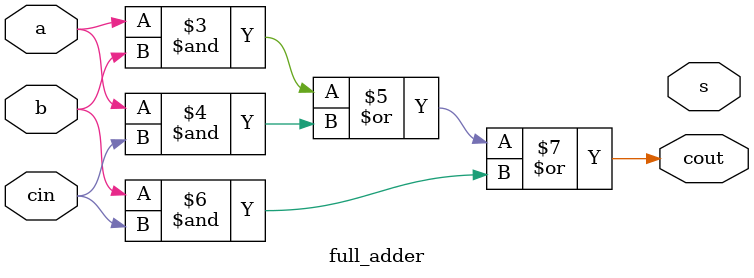
<source format=v>
module full_adder (
input a, 
input b, 
input cin,
output s, 
output cout
);

assign sum = a ^ b ^ cin;
assign cout = (a & b) | (a & cin) | (b & cin);

endmodule
</source>
